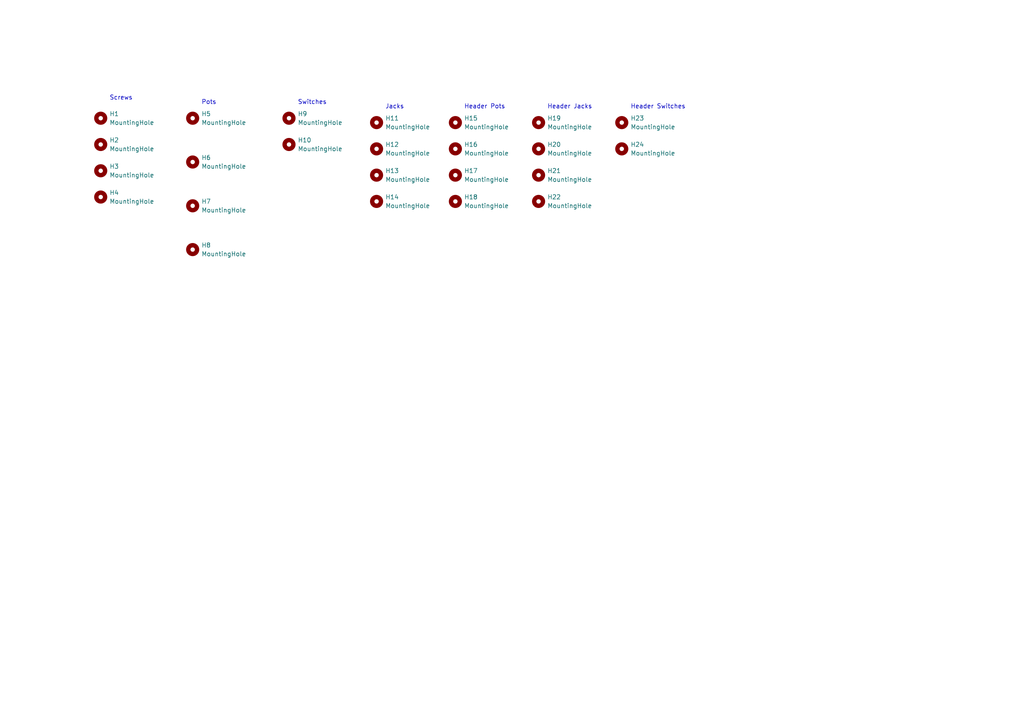
<source format=kicad_sch>
(kicad_sch (version 20211123) (generator eeschema)
  (paper "A4")
  (lib_symbols
    (symbol "Mechanical:MountingHole" (pin_names (offset 1.016))
      (property "Reference" "H" (at 0 5.08 0))
      (property "Value" "MountingHole" (at 0 3.175 0))
      (symbol "MountingHole_0_1"
        (circle (center 0 0) (radius 1.27) (stroke (width 1.27)))
      )
    )
  )
  (text "Header Pots" (at 134.62 31.75 0) (effects (font (size 1.27 1.27)) (justify left bottom)))
  (text "Jacks" (at 111.76 31.75 0) (effects (font (size 1.27 1.27)) (justify left bottom)))
  (text "Screws" (at 31.75 29.21 0) (effects (font (size 1.27 1.27)) (justify left bottom)))
  (text "Header Jacks" (at 158.75 31.75 0) (effects (font (size 1.27 1.27)) (justify left bottom)))
  (text "Header Switches" (at 182.88 31.75 0) (effects (font (size 1.27 1.27)) (justify left bottom)))
  (text "Switches" (at 86.36 30.48 0) (effects (font (size 1.27 1.27)) (justify left bottom)))
  (text "Pots" (at 58.42 30.48 0) (effects (font (size 1.27 1.27)) (justify left bottom)))
  (symbol (lib_id "Mechanical:MountingHole") (at 156.21 35.56 0) (unit 1)
    (property "Reference" "H19" (at 158.75 34.2899 0) (effects (justify left)))
    (property "Value" "MountingHole" (at 158.75 36.8299 0) (effects (justify left)))
    (property "Footprint" "MountingHole:MountingHole_6.4mm_M6" (effects hide))
  )
  (symbol (lib_id "Mechanical:MountingHole") (at 29.21 41.91 0) (unit 1)
    (property "Reference" "H2" (at 31.75 40.6399 0) (effects (justify left)))
    (property "Value" "MountingHole" (at 31.75 43.1799 0) (effects (justify left)))
    (property "Footprint" "MountingHole:MountingHole_3.2mm_M3" (effects hide))
  )
  (symbol (lib_id "Mechanical:MountingHole") (at 109.22 35.56 0) (unit 1)
    (property "Reference" "H11" (at 111.76 34.2899 0) (effects (justify left)))
    (property "Value" "MountingHole" (at 111.76 36.8299 0) (effects (justify left)))
    (property "Footprint" "MountingHole:MountingHole_6.4mm_M6" (effects hide))
  )
  (symbol (lib_id "Mechanical:MountingHole") (at 132.08 35.56 0) (unit 1)
    (property "Reference" "H15" (at 134.62 34.2899 0) (effects (justify left)))
    (property "Value" "MountingHole" (at 134.62 36.8299 0) (effects (justify left)))
    (property "Footprint" "MountingHole:MountingHole_6.4mm_M6" (effects hide))
  )
  (symbol (lib_id "Mechanical:MountingHole") (at 55.88 46.99 0) (unit 1)
    (property "Reference" "H6" (at 58.42 45.7199 0) (effects (justify left)))
    (property "Value" "MountingHole" (at 58.42 48.2599 0) (effects (justify left)))
    (property "Footprint" "My_Misc:MountingHole_7.4mm_M7" (effects hide))
  )
  (symbol (lib_id "Mechanical:MountingHole") (at 156.21 43.18 0) (unit 1)
    (property "Reference" "H20" (at 158.75 41.9099 0) (effects (justify left)))
    (property "Value" "MountingHole" (at 158.75 44.4499 0) (effects (justify left)))
    (property "Footprint" "MountingHole:MountingHole_6.4mm_M6" (effects hide))
  )
  (symbol (lib_id "Mechanical:MountingHole") (at 180.34 35.56 0) (unit 1)
    (property "Reference" "H23" (at 182.88 34.2899 0) (effects (justify left)))
    (property "Value" "MountingHole" (at 182.88 36.8299 0) (effects (justify left)))
    (property "Footprint" "MountingHole:MountingHole_6.4mm_M6" (effects hide))
  )
  (symbol (lib_id "Mechanical:MountingHole") (at 55.88 59.69 0) (unit 1)
    (property "Reference" "H7" (at 58.42 58.4199 0) (effects (justify left)))
    (property "Value" "MountingHole" (at 58.42 60.9599 0) (effects (justify left)))
    (property "Footprint" "My_Misc:MountingHole_7.4mm_M7" (effects hide))
  )
  (symbol (lib_id "Mechanical:MountingHole") (at 132.08 50.8 0) (unit 1)
    (property "Reference" "H17" (at 134.62 49.5299 0) (effects (justify left)))
    (property "Value" "MountingHole" (at 134.62 52.0699 0) (effects (justify left)))
    (property "Footprint" "MountingHole:MountingHole_6.4mm_M6" (effects hide))
  )
  (symbol (lib_id "Mechanical:MountingHole") (at 83.82 41.91 0) (unit 1)
    (property "Reference" "H10" (at 86.36 40.6399 0) (effects (justify left)))
    (property "Value" "MountingHole" (at 86.36 43.1799 0) (effects (justify left)))
    (property "Footprint" "MountingHole:MountingHole_5mm" (effects hide))
  )
  (symbol (lib_id "Mechanical:MountingHole") (at 132.08 58.42 0) (unit 1)
    (property "Reference" "H18" (at 134.62 57.1499 0) (effects (justify left)))
    (property "Value" "MountingHole" (at 134.62 59.6899 0) (effects (justify left)))
    (property "Footprint" "MountingHole:MountingHole_6.4mm_M6" (effects hide))
  )
  (symbol (lib_id "Mechanical:MountingHole") (at 29.21 34.29 0) (unit 1)
    (property "Reference" "H1" (at 31.75 33.0199 0) (effects (justify left)))
    (property "Value" "MountingHole" (at 31.75 35.5599 0) (effects (justify left)))
    (property "Footprint" "MountingHole:MountingHole_3.2mm_M3" (effects hide))
  )
  (symbol (lib_id "Mechanical:MountingHole") (at 156.21 50.8 0) (unit 1)
    (property "Reference" "H21" (at 158.75 49.5299 0) (effects (justify left)))
    (property "Value" "MountingHole" (at 158.75 52.0699 0) (effects (justify left)))
    (property "Footprint" "MountingHole:MountingHole_6.4mm_M6" (effects hide))
  )
  (symbol (lib_id "Mechanical:MountingHole") (at 109.22 58.42 0) (unit 1)
    (property "Reference" "H14" (at 111.76 57.1499 0) (effects (justify left)))
    (property "Value" "MountingHole" (at 111.76 59.6899 0) (effects (justify left)))
    (property "Footprint" "MountingHole:MountingHole_6.4mm_M6" (effects hide))
  )
  (symbol (lib_id "Mechanical:MountingHole") (at 132.08 43.18 0) (unit 1)
    (property "Reference" "H16" (at 134.62 41.9099 0) (effects (justify left)))
    (property "Value" "MountingHole" (at 134.62 44.4499 0) (effects (justify left)))
    (property "Footprint" "MountingHole:MountingHole_6.4mm_M6" (effects hide))
  )
  (symbol (lib_id "Mechanical:MountingHole") (at 55.88 34.29 0) (unit 1)
    (property "Reference" "H5" (at 58.42 33.0199 0) (effects (justify left)))
    (property "Value" "MountingHole" (at 58.42 35.5599 0) (effects (justify left)))
    (property "Footprint" "My_Misc:MountingHole_7.4mm_M7" (effects hide))
  )
  (symbol (lib_id "Mechanical:MountingHole") (at 55.88 72.39 0) (unit 1)
    (property "Reference" "H8" (at 58.42 71.1199 0) (effects (justify left)))
    (property "Value" "MountingHole" (at 58.42 73.6599 0) (effects (justify left)))
    (property "Footprint" "My_Misc:MountingHole_7.4mm_M7" (effects hide))
  )
  (symbol (lib_id "Mechanical:MountingHole") (at 29.21 49.53 0) (unit 1)
    (property "Reference" "H3" (at 31.75 48.2599 0) (effects (justify left)))
    (property "Value" "MountingHole" (at 31.75 50.7999 0) (effects (justify left)))
    (property "Footprint" "MountingHole:MountingHole_3.2mm_M3" (effects hide))
  )
  (symbol (lib_id "Mechanical:MountingHole") (at 83.82 34.29 0) (unit 1)
    (property "Reference" "H9" (at 86.36 33.0199 0) (effects (justify left)))
    (property "Value" "MountingHole" (at 86.36 35.5599 0) (effects (justify left)))
    (property "Footprint" "MountingHole:MountingHole_5mm" (effects hide))
  )
  (symbol (lib_id "Mechanical:MountingHole") (at 109.22 50.8 0) (unit 1)
    (property "Reference" "H13" (at 111.76 49.5299 0) (effects (justify left)))
    (property "Value" "MountingHole" (at 111.76 52.0699 0) (effects (justify left)))
    (property "Footprint" "MountingHole:MountingHole_6.4mm_M6" (effects hide))
  )
  (symbol (lib_id "Mechanical:MountingHole") (at 109.22 43.18 0) (unit 1)
    (property "Reference" "H12" (at 111.76 41.9099 0) (effects (justify left)))
    (property "Value" "MountingHole" (at 111.76 44.4499 0) (effects (justify left)))
    (property "Footprint" "MountingHole:MountingHole_6.4mm_M6" (effects hide))
  )
  (symbol (lib_id "Mechanical:MountingHole") (at 180.34 43.18 0) (unit 1)
    (property "Reference" "H24" (at 182.88 41.9099 0) (effects (justify left)))
    (property "Value" "MountingHole" (at 182.88 44.4499 0) (effects (justify left)))
    (property "Footprint" "MountingHole:MountingHole_6.4mm_M6" (effects hide))
  )
  (symbol (lib_id "Mechanical:MountingHole") (at 29.21 57.15 0) (unit 1)
    (property "Reference" "H4" (at 31.75 55.8799 0) (effects (justify left)))
    (property "Value" "MountingHole" (at 31.75 58.4199 0) (effects (justify left)))
    (property "Footprint" "MountingHole:MountingHole_3.2mm_M3" (effects hide))
  )
  (symbol (lib_id "Mechanical:MountingHole") (at 156.21 58.42 0) (unit 1)
    (property "Reference" "H22" (at 158.75 57.1499 0) (effects (justify left)))
    (property "Value" "MountingHole" (at 158.75 59.6899 0) (effects (justify left)))
    (property "Footprint" "MountingHole:MountingHole_6.4mm_M6" (effects hide))
  )
)
</source>
